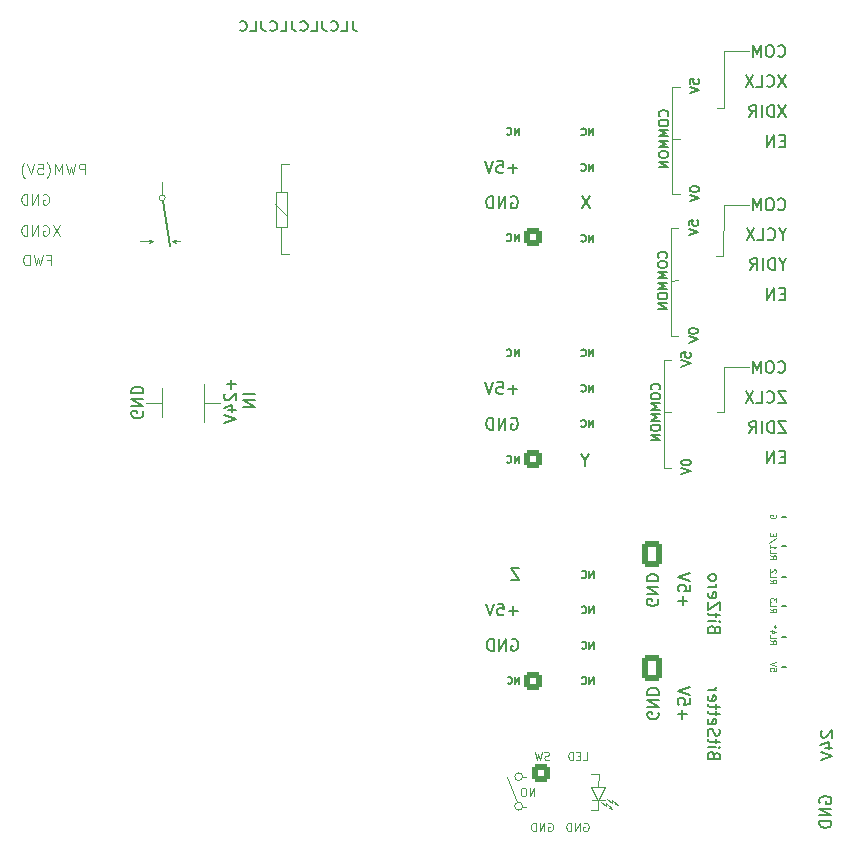
<source format=gbr>
%TF.GenerationSoftware,KiCad,Pcbnew,(6.0.11-0)*%
%TF.CreationDate,2023-07-12T13:15:56+12:00*%
%TF.ProjectId,controller-lower-cut,636f6e74-726f-46c6-9c65-722d6c6f7765,3.2*%
%TF.SameCoordinates,PX1c9c380PY1312d00*%
%TF.FileFunction,Legend,Bot*%
%TF.FilePolarity,Positive*%
%FSLAX46Y46*%
G04 Gerber Fmt 4.6, Leading zero omitted, Abs format (unit mm)*
G04 Created by KiCad (PCBNEW (6.0.11-0)) date 2023-07-12 13:15:56*
%MOMM*%
%LPD*%
G01*
G04 APERTURE LIST*
G04 Aperture macros list*
%AMRoundRect*
0 Rectangle with rounded corners*
0 $1 Rounding radius*
0 $2 $3 $4 $5 $6 $7 $8 $9 X,Y pos of 4 corners*
0 Add a 4 corners polygon primitive as box body*
4,1,4,$2,$3,$4,$5,$6,$7,$8,$9,$2,$3,0*
0 Add four circle primitives for the rounded corners*
1,1,$1+$1,$2,$3*
1,1,$1+$1,$4,$5*
1,1,$1+$1,$6,$7*
1,1,$1+$1,$8,$9*
0 Add four rect primitives between the rounded corners*
20,1,$1+$1,$2,$3,$4,$5,0*
20,1,$1+$1,$4,$5,$6,$7,0*
20,1,$1+$1,$6,$7,$8,$9,0*
20,1,$1+$1,$8,$9,$2,$3,0*%
G04 Aperture macros list end*
%ADD10C,0.100000*%
%ADD11C,0.150000*%
%ADD12C,0.130000*%
%ADD13C,0.140000*%
%ADD14C,0.125000*%
%ADD15C,0.080000*%
%ADD16C,0.120000*%
%ADD17R,1.700000X1.700000*%
%ADD18O,1.700000X1.700000*%
%ADD19C,1.000000*%
%ADD20RoundRect,0.250001X0.499999X-0.499999X0.499999X0.499999X-0.499999X0.499999X-0.499999X-0.499999X0*%
%ADD21C,1.500000*%
%ADD22C,5.500000*%
%ADD23C,2.300000*%
%ADD24R,2.300000X2.300000*%
%ADD25R,2.200000X2.200000*%
%ADD26C,2.200000*%
%ADD27RoundRect,0.250000X-0.620000X-0.845000X0.620000X-0.845000X0.620000X0.845000X-0.620000X0.845000X0*%
%ADD28O,1.740000X2.190000*%
%ADD29R,2.600000X2.600000*%
%ADD30C,2.600000*%
%ADD31RoundRect,0.250001X-0.499999X-0.499999X0.499999X-0.499999X0.499999X0.499999X-0.499999X0.499999X0*%
%ADD32C,1.100000*%
%ADD33C,1.700000*%
%ADD34O,3.200000X1.600000*%
%ADD35O,1.750000X3.500000*%
G04 APERTURE END LIST*
D10*
X62144998Y-77005000D02*
X61495000Y-77005000D01*
X28750000Y-45550000D02*
X30100000Y-45550000D01*
X62710858Y-78094852D02*
X62110859Y-79269852D01*
X28750000Y-43950000D02*
X28750000Y-47200000D01*
X72757581Y-20600000D02*
X72757581Y-15800000D01*
D11*
X78037500Y-60300000D02*
X77637500Y-60300000D01*
D10*
X72125000Y-33113380D02*
X72700000Y-33113380D01*
X72750000Y-28800000D02*
X74850000Y-28800000D01*
X72757581Y-42554230D02*
X74857581Y-42554230D01*
D11*
X78037500Y-57700000D02*
X77637500Y-57700000D01*
D10*
X61510857Y-78094852D02*
X62110858Y-78094852D01*
X68900000Y-39900000D02*
X68300000Y-39900000D01*
X72757581Y-15800000D02*
X74857581Y-15800000D01*
X68400000Y-23210000D02*
X69000000Y-23200000D01*
X62110858Y-78094852D02*
X62710858Y-78094852D01*
X62685858Y-79219852D02*
X61560858Y-79219852D01*
X72132581Y-20600000D02*
X72707581Y-20600000D01*
X62779999Y-79485002D02*
X62779999Y-79735001D01*
X67700000Y-51044230D02*
X67700000Y-41944230D01*
D11*
X78037500Y-65400000D02*
X77637500Y-65400000D01*
D10*
X62095000Y-78055000D02*
X62144998Y-77005000D01*
X63279997Y-79210001D02*
X63755001Y-79635003D01*
X63280001Y-79460004D02*
X62880000Y-79110001D01*
D11*
X78037500Y-62800000D02*
X77637500Y-62800000D01*
D10*
X68400000Y-18800000D02*
X69000000Y-18800000D01*
X63755001Y-79635003D02*
X63655000Y-79435000D01*
X63255000Y-79910002D02*
X63030000Y-79835002D01*
X63755001Y-79635003D02*
X63530001Y-79560002D01*
D11*
X78037500Y-55200000D02*
X77637500Y-55200000D01*
D10*
X55713541Y-77214999D02*
X56030000Y-77214999D01*
X63279997Y-79210001D02*
X63280001Y-79460004D01*
X62095000Y-80055000D02*
X61495000Y-80055000D01*
X63255000Y-79910002D02*
X63155000Y-79710003D01*
X68300000Y-30800000D02*
X68900000Y-30800000D01*
X62779999Y-79735001D02*
X62380000Y-79385002D01*
X68300000Y-51044230D02*
X67700000Y-51044230D01*
X54435000Y-77205000D02*
X55265000Y-79395000D01*
X25150000Y-46800000D02*
X25150000Y-44300000D01*
X25150000Y-45550000D02*
X23800000Y-45550000D01*
X72132581Y-46354230D02*
X72707581Y-46354230D01*
X67700000Y-46354230D02*
X68300000Y-46344230D01*
X72757581Y-46354230D02*
X72757581Y-42554230D01*
X62779999Y-79485002D02*
X63255000Y-79910002D01*
X55713542Y-77214999D02*
G75*
G03*
X55713542Y-77214999I-333542J0D01*
G01*
X62110859Y-79269852D02*
X61510857Y-78094852D01*
X55713544Y-79714998D02*
G75*
G03*
X55713544Y-79714998I-333543J0D01*
G01*
X68400000Y-27900000D02*
X68400000Y-18800000D01*
X55755000Y-79739999D02*
X56030000Y-79740000D01*
X62095000Y-80055000D02*
X62095000Y-79230001D01*
D11*
X78037500Y-67900000D02*
X77637500Y-67900000D01*
D10*
X72700000Y-33113380D02*
X72750000Y-28800000D01*
X67700000Y-41944230D02*
X68300000Y-41944230D01*
X69000000Y-27900000D02*
X68400000Y-27900000D01*
X68300000Y-35210000D02*
X68900000Y-35200000D01*
X68300000Y-39900000D02*
X68300000Y-30800000D01*
D12*
X41319047Y-13261904D02*
X41319047Y-13833333D01*
X41366666Y-13947619D01*
X41461904Y-14023809D01*
X41604761Y-14061904D01*
X41700000Y-14061904D01*
X40366666Y-14061904D02*
X40842857Y-14061904D01*
X40842857Y-13261904D01*
X39461904Y-13985714D02*
X39509523Y-14023809D01*
X39652380Y-14061904D01*
X39747619Y-14061904D01*
X39890476Y-14023809D01*
X39985714Y-13947619D01*
X40033333Y-13871428D01*
X40080952Y-13719047D01*
X40080952Y-13604761D01*
X40033333Y-13452380D01*
X39985714Y-13376190D01*
X39890476Y-13300000D01*
X39747619Y-13261904D01*
X39652380Y-13261904D01*
X39509523Y-13300000D01*
X39461904Y-13338095D01*
X38747619Y-13261904D02*
X38747619Y-13833333D01*
X38795238Y-13947619D01*
X38890476Y-14023809D01*
X39033333Y-14061904D01*
X39128571Y-14061904D01*
X37795238Y-14061904D02*
X38271428Y-14061904D01*
X38271428Y-13261904D01*
X36890476Y-13985714D02*
X36938095Y-14023809D01*
X37080952Y-14061904D01*
X37176190Y-14061904D01*
X37319047Y-14023809D01*
X37414285Y-13947619D01*
X37461904Y-13871428D01*
X37509523Y-13719047D01*
X37509523Y-13604761D01*
X37461904Y-13452380D01*
X37414285Y-13376190D01*
X37319047Y-13300000D01*
X37176190Y-13261904D01*
X37080952Y-13261904D01*
X36938095Y-13300000D01*
X36890476Y-13338095D01*
X36176190Y-13261904D02*
X36176190Y-13833333D01*
X36223809Y-13947619D01*
X36319047Y-14023809D01*
X36461904Y-14061904D01*
X36557142Y-14061904D01*
X35223809Y-14061904D02*
X35700000Y-14061904D01*
X35700000Y-13261904D01*
X34319047Y-13985714D02*
X34366666Y-14023809D01*
X34509523Y-14061904D01*
X34604761Y-14061904D01*
X34747619Y-14023809D01*
X34842857Y-13947619D01*
X34890476Y-13871428D01*
X34938095Y-13719047D01*
X34938095Y-13604761D01*
X34890476Y-13452380D01*
X34842857Y-13376190D01*
X34747619Y-13300000D01*
X34604761Y-13261904D01*
X34509523Y-13261904D01*
X34366666Y-13300000D01*
X34319047Y-13338095D01*
X33604761Y-13261904D02*
X33604761Y-13833333D01*
X33652380Y-13947619D01*
X33747619Y-14023809D01*
X33890476Y-14061904D01*
X33985714Y-14061904D01*
X32652380Y-14061904D02*
X33128571Y-14061904D01*
X33128571Y-13261904D01*
X31747619Y-13985714D02*
X31795238Y-14023809D01*
X31938095Y-14061904D01*
X32033333Y-14061904D01*
X32176190Y-14023809D01*
X32271428Y-13947619D01*
X32319047Y-13871428D01*
X32366666Y-13719047D01*
X32366666Y-13604761D01*
X32319047Y-13452380D01*
X32271428Y-13376190D01*
X32176190Y-13300000D01*
X32033333Y-13261904D01*
X31938095Y-13261904D01*
X31795238Y-13300000D01*
X31747619Y-13338095D01*
D11*
X23550000Y-46283214D02*
X23597619Y-46378452D01*
X23597619Y-46521309D01*
X23550000Y-46664166D01*
X23454761Y-46759404D01*
X23359523Y-46807023D01*
X23169047Y-46854642D01*
X23026190Y-46854642D01*
X22835714Y-46807023D01*
X22740476Y-46759404D01*
X22645238Y-46664166D01*
X22597619Y-46521309D01*
X22597619Y-46426071D01*
X22645238Y-46283214D01*
X22692857Y-46235595D01*
X23026190Y-46235595D01*
X23026190Y-46426071D01*
X22597619Y-45807023D02*
X23597619Y-45807023D01*
X22597619Y-45235595D01*
X23597619Y-45235595D01*
X22597619Y-44759404D02*
X23597619Y-44759404D01*
X23597619Y-44521309D01*
X23550000Y-44378452D01*
X23454761Y-44283214D01*
X23359523Y-44235595D01*
X23169047Y-44187976D01*
X23026190Y-44187976D01*
X22835714Y-44235595D01*
X22740476Y-44283214D01*
X22645238Y-44378452D01*
X22597619Y-44521309D01*
X22597619Y-44759404D01*
X78017223Y-47096610D02*
X77350557Y-47096610D01*
X78017223Y-48096610D01*
X77350557Y-48096610D01*
X76969604Y-48096610D02*
X76969604Y-47096610D01*
X76731509Y-47096610D01*
X76588652Y-47144230D01*
X76493414Y-47239468D01*
X76445795Y-47334706D01*
X76398176Y-47525182D01*
X76398176Y-47668039D01*
X76445795Y-47858515D01*
X76493414Y-47953753D01*
X76588652Y-48048991D01*
X76731509Y-48096610D01*
X76969604Y-48096610D01*
X75969604Y-48096610D02*
X75969604Y-47096610D01*
X74921985Y-48096610D02*
X75255319Y-47620420D01*
X75493414Y-48096610D02*
X75493414Y-47096610D01*
X75112461Y-47096610D01*
X75017223Y-47144230D01*
X74969604Y-47191849D01*
X74921985Y-47287087D01*
X74921985Y-47429944D01*
X74969604Y-47525182D01*
X75017223Y-47572801D01*
X75112461Y-47620420D01*
X75493414Y-47620420D01*
D13*
X69161904Y-41687039D02*
X69161904Y-41306087D01*
X69542857Y-41267991D01*
X69504761Y-41306087D01*
X69466666Y-41382277D01*
X69466666Y-41572753D01*
X69504761Y-41648944D01*
X69542857Y-41687039D01*
X69619047Y-41725134D01*
X69809523Y-41725134D01*
X69885714Y-41687039D01*
X69923809Y-41648944D01*
X69961904Y-41572753D01*
X69961904Y-41382277D01*
X69923809Y-41306087D01*
X69885714Y-41267991D01*
X69161904Y-41953706D02*
X69961904Y-42220372D01*
X69161904Y-42487039D01*
D11*
X61407023Y-28052380D02*
X60740357Y-29052380D01*
X60740357Y-28052380D02*
X61407023Y-29052380D01*
X77723928Y-31306190D02*
X77723928Y-31782380D01*
X78057261Y-30782380D02*
X77723928Y-31306190D01*
X77390595Y-30782380D01*
X76485833Y-31687142D02*
X76533452Y-31734761D01*
X76676309Y-31782380D01*
X76771547Y-31782380D01*
X76914404Y-31734761D01*
X77009642Y-31639523D01*
X77057261Y-31544285D01*
X77104880Y-31353809D01*
X77104880Y-31210952D01*
X77057261Y-31020476D01*
X77009642Y-30925238D01*
X76914404Y-30830000D01*
X76771547Y-30782380D01*
X76676309Y-30782380D01*
X76533452Y-30830000D01*
X76485833Y-30877619D01*
X75581071Y-31782380D02*
X76057261Y-31782380D01*
X76057261Y-30782380D01*
X75342976Y-30782380D02*
X74676309Y-31782380D01*
X74676309Y-30782380D02*
X75342976Y-31782380D01*
X31066428Y-43588095D02*
X31066428Y-44350000D01*
X31447380Y-43969047D02*
X30685476Y-43969047D01*
X30542619Y-44778571D02*
X30495000Y-44826190D01*
X30447380Y-44921428D01*
X30447380Y-45159523D01*
X30495000Y-45254761D01*
X30542619Y-45302380D01*
X30637857Y-45350000D01*
X30733095Y-45350000D01*
X30875952Y-45302380D01*
X31447380Y-44730952D01*
X31447380Y-45350000D01*
X30780714Y-46207142D02*
X31447380Y-46207142D01*
X30399761Y-45969047D02*
X31114047Y-45730952D01*
X31114047Y-46350000D01*
X30447380Y-46588095D02*
X31447380Y-46921428D01*
X30447380Y-47254761D01*
X33057380Y-44826190D02*
X32057380Y-44826190D01*
X33057380Y-45302380D02*
X32057380Y-45302380D01*
X33057380Y-45873809D01*
X32057380Y-45873809D01*
D14*
X56711666Y-78841666D02*
X56711666Y-78141666D01*
X56311666Y-78841666D01*
X56311666Y-78141666D01*
X55845000Y-78141666D02*
X55711666Y-78141666D01*
X55645000Y-78175000D01*
X55578333Y-78241666D01*
X55545000Y-78375000D01*
X55545000Y-78608333D01*
X55578333Y-78741666D01*
X55645000Y-78808333D01*
X55711666Y-78841666D01*
X55845000Y-78841666D01*
X55911666Y-78808333D01*
X55978333Y-78741666D01*
X56011666Y-78608333D01*
X56011666Y-78375000D01*
X55978333Y-78241666D01*
X55911666Y-78175000D01*
X55845000Y-78141666D01*
X57895331Y-81145000D02*
X57961998Y-81111666D01*
X58061998Y-81111666D01*
X58161998Y-81145000D01*
X58228664Y-81211666D01*
X58261998Y-81278333D01*
X58295331Y-81411666D01*
X58295331Y-81511666D01*
X58261998Y-81645000D01*
X58228664Y-81711666D01*
X58161998Y-81778333D01*
X58061998Y-81811666D01*
X57995331Y-81811666D01*
X57895331Y-81778333D01*
X57861998Y-81745000D01*
X57861998Y-81511666D01*
X57995331Y-81511666D01*
X57561998Y-81811666D02*
X57561998Y-81111666D01*
X57161998Y-81811666D01*
X57161998Y-81111666D01*
X56828664Y-81811666D02*
X56828664Y-81111666D01*
X56661998Y-81111666D01*
X56561998Y-81145000D01*
X56495331Y-81211666D01*
X56461998Y-81278333D01*
X56428664Y-81411666D01*
X56428664Y-81511666D01*
X56461998Y-81645000D01*
X56495331Y-81711666D01*
X56561998Y-81778333D01*
X56661998Y-81811666D01*
X56828664Y-81811666D01*
D11*
X61026071Y-50426190D02*
X61026071Y-50902380D01*
X61359404Y-49902380D02*
X61026071Y-50426190D01*
X60692738Y-49902380D01*
D14*
X15466964Y-33435714D02*
X15766964Y-33435714D01*
X15766964Y-33907142D02*
X15766964Y-33007142D01*
X15338392Y-33007142D01*
X15081250Y-33007142D02*
X14866964Y-33907142D01*
X14695535Y-33264285D01*
X14524107Y-33907142D01*
X14309821Y-33007142D01*
X13966964Y-33907142D02*
X13966964Y-33007142D01*
X13752678Y-33007142D01*
X13624107Y-33050000D01*
X13538392Y-33135714D01*
X13495535Y-33221428D01*
X13452678Y-33392857D01*
X13452678Y-33521428D01*
X13495535Y-33692857D01*
X13538392Y-33778571D01*
X13624107Y-33864285D01*
X13752678Y-33907142D01*
X13966964Y-33907142D01*
D11*
X67165221Y-62183214D02*
X67212840Y-62278452D01*
X67212840Y-62421309D01*
X67165221Y-62564166D01*
X67069982Y-62659404D01*
X66974744Y-62707023D01*
X66784268Y-62754642D01*
X66641411Y-62754642D01*
X66450935Y-62707023D01*
X66355697Y-62659404D01*
X66260459Y-62564166D01*
X66212840Y-62421309D01*
X66212840Y-62326071D01*
X66260459Y-62183214D01*
X66308078Y-62135595D01*
X66641411Y-62135595D01*
X66641411Y-62326071D01*
X66212840Y-61707023D02*
X67212840Y-61707023D01*
X66212840Y-61135595D01*
X67212840Y-61135595D01*
X66212840Y-60659404D02*
X67212840Y-60659404D01*
X67212840Y-60421309D01*
X67165221Y-60278452D01*
X67069982Y-60183214D01*
X66974744Y-60135595D01*
X66784268Y-60087976D01*
X66641411Y-60087976D01*
X66450935Y-60135595D01*
X66355697Y-60183214D01*
X66260459Y-60278452D01*
X66212840Y-60421309D01*
X66212840Y-60659404D01*
D14*
X57965000Y-75768333D02*
X57865000Y-75801666D01*
X57698333Y-75801666D01*
X57631666Y-75768333D01*
X57598333Y-75735000D01*
X57565000Y-75668333D01*
X57565000Y-75601666D01*
X57598333Y-75535000D01*
X57631666Y-75501666D01*
X57698333Y-75468333D01*
X57831666Y-75435000D01*
X57898333Y-75401666D01*
X57931666Y-75368333D01*
X57965000Y-75301666D01*
X57965000Y-75235000D01*
X57931666Y-75168333D01*
X57898333Y-75135000D01*
X57831666Y-75101666D01*
X57665000Y-75101666D01*
X57565000Y-75135000D01*
X57331666Y-75101666D02*
X57165000Y-75801666D01*
X57031666Y-75301666D01*
X56898333Y-75801666D01*
X56731666Y-75101666D01*
D12*
X55422642Y-69351428D02*
X55422642Y-68751428D01*
X55079785Y-69351428D01*
X55079785Y-68751428D01*
X54451214Y-69294285D02*
X54479785Y-69322857D01*
X54565500Y-69351428D01*
X54622642Y-69351428D01*
X54708357Y-69322857D01*
X54765500Y-69265714D01*
X54794071Y-69208571D01*
X54822642Y-69094285D01*
X54822642Y-69008571D01*
X54794071Y-68894285D01*
X54765500Y-68837142D01*
X54708357Y-68780000D01*
X54622642Y-68751428D01*
X54565500Y-68751428D01*
X54479785Y-68780000D01*
X54451214Y-68808571D01*
D11*
X69228571Y-72307023D02*
X69228571Y-71545119D01*
X68847619Y-71926071D02*
X69609523Y-71926071D01*
X69847619Y-70592738D02*
X69847619Y-71068928D01*
X69371428Y-71116547D01*
X69419047Y-71068928D01*
X69466666Y-70973690D01*
X69466666Y-70735595D01*
X69419047Y-70640357D01*
X69371428Y-70592738D01*
X69276190Y-70545119D01*
X69038095Y-70545119D01*
X68942857Y-70592738D01*
X68895238Y-70640357D01*
X68847619Y-70735595D01*
X68847619Y-70973690D01*
X68895238Y-71068928D01*
X68942857Y-71116547D01*
X69847619Y-70259404D02*
X68847619Y-69926071D01*
X69847619Y-69592738D01*
D14*
X60898333Y-81145000D02*
X60965000Y-81111666D01*
X61065000Y-81111666D01*
X61165000Y-81145000D01*
X61231666Y-81211666D01*
X61265000Y-81278333D01*
X61298333Y-81411666D01*
X61298333Y-81511666D01*
X61265000Y-81645000D01*
X61231666Y-81711666D01*
X61165000Y-81778333D01*
X61065000Y-81811666D01*
X60998333Y-81811666D01*
X60898333Y-81778333D01*
X60865000Y-81745000D01*
X60865000Y-81511666D01*
X60998333Y-81511666D01*
X60565000Y-81811666D02*
X60565000Y-81111666D01*
X60165000Y-81811666D01*
X60165000Y-81111666D01*
X59831666Y-81811666D02*
X59831666Y-81111666D01*
X59665000Y-81111666D01*
X59565000Y-81145000D01*
X59498333Y-81211666D01*
X59465000Y-81278333D01*
X59431666Y-81411666D01*
X59431666Y-81511666D01*
X59465000Y-81645000D01*
X59498333Y-81711666D01*
X59565000Y-81778333D01*
X59665000Y-81811666D01*
X59831666Y-81811666D01*
X60835000Y-75805979D02*
X61168333Y-75805979D01*
X61168333Y-75105979D01*
X60601666Y-75439313D02*
X60368333Y-75439313D01*
X60268333Y-75805979D02*
X60601666Y-75805979D01*
X60601666Y-75105979D01*
X60268333Y-75105979D01*
X59968333Y-75805979D02*
X59968333Y-75105979D01*
X59801666Y-75105979D01*
X59701666Y-75139313D01*
X59635000Y-75205979D01*
X59601666Y-75272646D01*
X59568333Y-75405979D01*
X59568333Y-75505979D01*
X59601666Y-75639313D01*
X59635000Y-75705979D01*
X59701666Y-75772646D01*
X59801666Y-75805979D01*
X59968333Y-75805979D01*
D15*
X77150000Y-55069047D02*
X77173809Y-55116666D01*
X77173809Y-55188095D01*
X77150000Y-55259523D01*
X77102380Y-55307142D01*
X77054761Y-55330952D01*
X76959523Y-55354761D01*
X76888095Y-55354761D01*
X76792857Y-55330952D01*
X76745238Y-55307142D01*
X76697619Y-55259523D01*
X76673809Y-55188095D01*
X76673809Y-55140476D01*
X76697619Y-55069047D01*
X76721428Y-55045238D01*
X76888095Y-55045238D01*
X76888095Y-55140476D01*
D11*
X80900000Y-79438095D02*
X80852380Y-79342857D01*
X80852380Y-79200000D01*
X80900000Y-79057142D01*
X80995238Y-78961904D01*
X81090476Y-78914285D01*
X81280952Y-78866666D01*
X81423809Y-78866666D01*
X81614285Y-78914285D01*
X81709523Y-78961904D01*
X81804761Y-79057142D01*
X81852380Y-79200000D01*
X81852380Y-79295238D01*
X81804761Y-79438095D01*
X81757142Y-79485714D01*
X81423809Y-79485714D01*
X81423809Y-79295238D01*
X81852380Y-79914285D02*
X80852380Y-79914285D01*
X81852380Y-80485714D01*
X80852380Y-80485714D01*
X81852380Y-80961904D02*
X80852380Y-80961904D01*
X80852380Y-81200000D01*
X80900000Y-81342857D01*
X80995238Y-81438095D01*
X81090476Y-81485714D01*
X81280952Y-81533333D01*
X81423809Y-81533333D01*
X81614285Y-81485714D01*
X81709523Y-81438095D01*
X81804761Y-81342857D01*
X81852380Y-81200000D01*
X81852380Y-80961904D01*
D13*
X69861904Y-27433857D02*
X69861904Y-27510047D01*
X69900000Y-27586238D01*
X69938095Y-27624333D01*
X70014285Y-27662428D01*
X70166666Y-27700523D01*
X70357142Y-27700523D01*
X70509523Y-27662428D01*
X70585714Y-27624333D01*
X70623809Y-27586238D01*
X70661904Y-27510047D01*
X70661904Y-27433857D01*
X70623809Y-27357666D01*
X70585714Y-27319571D01*
X70509523Y-27281476D01*
X70357142Y-27243380D01*
X70166666Y-27243380D01*
X70014285Y-27281476D01*
X69938095Y-27319571D01*
X69900000Y-27357666D01*
X69861904Y-27433857D01*
X69861904Y-27929095D02*
X70661904Y-28195761D01*
X69861904Y-28462428D01*
D15*
X76673809Y-58473809D02*
X76911904Y-58640476D01*
X76673809Y-58759523D02*
X77173809Y-58759523D01*
X77173809Y-58569047D01*
X77150000Y-58521428D01*
X77126190Y-58497619D01*
X77078571Y-58473809D01*
X77007142Y-58473809D01*
X76959523Y-58497619D01*
X76935714Y-58521428D01*
X76911904Y-58569047D01*
X76911904Y-58759523D01*
X76673809Y-58021428D02*
X76673809Y-58259523D01*
X77173809Y-58259523D01*
X76673809Y-57592857D02*
X76673809Y-57878571D01*
X76673809Y-57735714D02*
X77173809Y-57735714D01*
X77102380Y-57783333D01*
X77054761Y-57830952D01*
X77030952Y-57878571D01*
X77197619Y-57021428D02*
X76554761Y-57450000D01*
X76935714Y-56854761D02*
X76935714Y-56688095D01*
X76673809Y-56616666D02*
X76673809Y-56854761D01*
X77173809Y-56854761D01*
X77173809Y-56616666D01*
D11*
X78017223Y-20342380D02*
X77350557Y-21342380D01*
X77350557Y-20342380D02*
X78017223Y-21342380D01*
X76969604Y-21342380D02*
X76969604Y-20342380D01*
X76731509Y-20342380D01*
X76588652Y-20390000D01*
X76493414Y-20485238D01*
X76445795Y-20580476D01*
X76398176Y-20770952D01*
X76398176Y-20913809D01*
X76445795Y-21104285D01*
X76493414Y-21199523D01*
X76588652Y-21294761D01*
X76731509Y-21342380D01*
X76969604Y-21342380D01*
X75969604Y-21342380D02*
X75969604Y-20342380D01*
X74921985Y-21342380D02*
X75255319Y-20866190D01*
X75493414Y-21342380D02*
X75493414Y-20342380D01*
X75112461Y-20342380D01*
X75017223Y-20390000D01*
X74969604Y-20437619D01*
X74921985Y-20532857D01*
X74921985Y-20675714D01*
X74969604Y-20770952D01*
X75017223Y-20818571D01*
X75112461Y-20866190D01*
X75493414Y-20866190D01*
X77342976Y-29157142D02*
X77390595Y-29204761D01*
X77533452Y-29252380D01*
X77628690Y-29252380D01*
X77771547Y-29204761D01*
X77866785Y-29109523D01*
X77914404Y-29014285D01*
X77962023Y-28823809D01*
X77962023Y-28680952D01*
X77914404Y-28490476D01*
X77866785Y-28395238D01*
X77771547Y-28300000D01*
X77628690Y-28252380D01*
X77533452Y-28252380D01*
X77390595Y-28300000D01*
X77342976Y-28347619D01*
X76723928Y-28252380D02*
X76533452Y-28252380D01*
X76438214Y-28300000D01*
X76342976Y-28395238D01*
X76295357Y-28585714D01*
X76295357Y-28919047D01*
X76342976Y-29109523D01*
X76438214Y-29204761D01*
X76533452Y-29252380D01*
X76723928Y-29252380D01*
X76819166Y-29204761D01*
X76914404Y-29109523D01*
X76962023Y-28919047D01*
X76962023Y-28585714D01*
X76914404Y-28395238D01*
X76819166Y-28300000D01*
X76723928Y-28252380D01*
X75866785Y-29252380D02*
X75866785Y-28252380D01*
X75533452Y-28966666D01*
X75200119Y-28252380D01*
X75200119Y-29252380D01*
D12*
X61670214Y-22921428D02*
X61670214Y-22321428D01*
X61327357Y-22921428D01*
X61327357Y-22321428D01*
X60698785Y-22864285D02*
X60727357Y-22892857D01*
X60813071Y-22921428D01*
X60870214Y-22921428D01*
X60955928Y-22892857D01*
X61013071Y-22835714D01*
X61041642Y-22778571D01*
X61070214Y-22664285D01*
X61070214Y-22578571D01*
X61041642Y-22464285D01*
X61013071Y-22407142D01*
X60955928Y-22350000D01*
X60870214Y-22321428D01*
X60813071Y-22321428D01*
X60727357Y-22350000D01*
X60698785Y-22378571D01*
D11*
X78017223Y-17812380D02*
X77350557Y-18812380D01*
X77350557Y-17812380D02*
X78017223Y-18812380D01*
X76398176Y-18717142D02*
X76445795Y-18764761D01*
X76588652Y-18812380D01*
X76683890Y-18812380D01*
X76826747Y-18764761D01*
X76921985Y-18669523D01*
X76969604Y-18574285D01*
X77017223Y-18383809D01*
X77017223Y-18240952D01*
X76969604Y-18050476D01*
X76921985Y-17955238D01*
X76826747Y-17860000D01*
X76683890Y-17812380D01*
X76588652Y-17812380D01*
X76445795Y-17860000D01*
X76398176Y-17907619D01*
X75493414Y-18812380D02*
X75969604Y-18812380D01*
X75969604Y-17812380D01*
X75255319Y-17812380D02*
X74588652Y-18812380D01*
X74588652Y-17812380D02*
X75255319Y-18812380D01*
X71971428Y-64707023D02*
X71923809Y-64564166D01*
X71876190Y-64516547D01*
X71780952Y-64468928D01*
X71638095Y-64468928D01*
X71542857Y-64516547D01*
X71495238Y-64564166D01*
X71447619Y-64659404D01*
X71447619Y-65040357D01*
X72447619Y-65040357D01*
X72447619Y-64707023D01*
X72400000Y-64611785D01*
X72352380Y-64564166D01*
X72257142Y-64516547D01*
X72161904Y-64516547D01*
X72066666Y-64564166D01*
X72019047Y-64611785D01*
X71971428Y-64707023D01*
X71971428Y-65040357D01*
X71447619Y-64040357D02*
X72114285Y-64040357D01*
X72447619Y-64040357D02*
X72400000Y-64087976D01*
X72352380Y-64040357D01*
X72400000Y-63992738D01*
X72447619Y-64040357D01*
X72352380Y-64040357D01*
X72114285Y-63707023D02*
X72114285Y-63326071D01*
X72447619Y-63564166D02*
X71590476Y-63564166D01*
X71495238Y-63516547D01*
X71447619Y-63421309D01*
X71447619Y-63326071D01*
X72447619Y-63087976D02*
X72447619Y-62421309D01*
X71447619Y-63087976D01*
X71447619Y-62421309D01*
X71495238Y-61659404D02*
X71447619Y-61754642D01*
X71447619Y-61945119D01*
X71495238Y-62040357D01*
X71590476Y-62087976D01*
X71971428Y-62087976D01*
X72066666Y-62040357D01*
X72114285Y-61945119D01*
X72114285Y-61754642D01*
X72066666Y-61659404D01*
X71971428Y-61611785D01*
X71876190Y-61611785D01*
X71780952Y-62087976D01*
X71447619Y-61183214D02*
X72114285Y-61183214D01*
X71923809Y-61183214D02*
X72019047Y-61135595D01*
X72066666Y-61087976D01*
X72114285Y-60992738D01*
X72114285Y-60897500D01*
X71447619Y-60421309D02*
X71495238Y-60516547D01*
X71542857Y-60564166D01*
X71638095Y-60611785D01*
X71923809Y-60611785D01*
X72019047Y-60564166D01*
X72066666Y-60516547D01*
X72114285Y-60421309D01*
X72114285Y-60278452D01*
X72066666Y-60183214D01*
X72019047Y-60135595D01*
X71923809Y-60087976D01*
X71638095Y-60087976D01*
X71542857Y-60135595D01*
X71495238Y-60183214D01*
X71447619Y-60278452D01*
X71447619Y-60421309D01*
X67200000Y-71783214D02*
X67247619Y-71878452D01*
X67247619Y-72021309D01*
X67200000Y-72164166D01*
X67104761Y-72259404D01*
X67009523Y-72307023D01*
X66819047Y-72354642D01*
X66676190Y-72354642D01*
X66485714Y-72307023D01*
X66390476Y-72259404D01*
X66295238Y-72164166D01*
X66247619Y-72021309D01*
X66247619Y-71926071D01*
X66295238Y-71783214D01*
X66342857Y-71735595D01*
X66676190Y-71735595D01*
X66676190Y-71926071D01*
X66247619Y-71307023D02*
X67247619Y-71307023D01*
X66247619Y-70735595D01*
X67247619Y-70735595D01*
X66247619Y-70259404D02*
X67247619Y-70259404D01*
X67247619Y-70021309D01*
X67200000Y-69878452D01*
X67104761Y-69783214D01*
X67009523Y-69735595D01*
X66819047Y-69687976D01*
X66676190Y-69687976D01*
X66485714Y-69735595D01*
X66390476Y-69783214D01*
X66295238Y-69878452D01*
X66247619Y-70021309D01*
X66247619Y-70259404D01*
X78017223Y-44566610D02*
X77350557Y-44566610D01*
X78017223Y-45566610D01*
X77350557Y-45566610D01*
X76398176Y-45471372D02*
X76445795Y-45518991D01*
X76588652Y-45566610D01*
X76683890Y-45566610D01*
X76826747Y-45518991D01*
X76921985Y-45423753D01*
X76969604Y-45328515D01*
X77017223Y-45138039D01*
X77017223Y-44995182D01*
X76969604Y-44804706D01*
X76921985Y-44709468D01*
X76826747Y-44614230D01*
X76683890Y-44566610D01*
X76588652Y-44566610D01*
X76445795Y-44614230D01*
X76398176Y-44661849D01*
X75493414Y-45566610D02*
X75969604Y-45566610D01*
X75969604Y-44566610D01*
X75255319Y-44566610D02*
X74588652Y-45566610D01*
X74588652Y-44566610D02*
X75255319Y-45566610D01*
X55314404Y-63171428D02*
X54552500Y-63171428D01*
X54933452Y-63552380D02*
X54933452Y-62790476D01*
X53600119Y-62552380D02*
X54076309Y-62552380D01*
X54123928Y-63028571D01*
X54076309Y-62980952D01*
X53981071Y-62933333D01*
X53742976Y-62933333D01*
X53647738Y-62980952D01*
X53600119Y-63028571D01*
X53552500Y-63123809D01*
X53552500Y-63361904D01*
X53600119Y-63457142D01*
X53647738Y-63504761D01*
X53742976Y-63552380D01*
X53981071Y-63552380D01*
X54076309Y-63504761D01*
X54123928Y-63457142D01*
X53266785Y-62552380D02*
X52933452Y-63552380D01*
X52600119Y-62552380D01*
D12*
X61720214Y-60381428D02*
X61720214Y-59781428D01*
X61377357Y-60381428D01*
X61377357Y-59781428D01*
X60748785Y-60324285D02*
X60777357Y-60352857D01*
X60863071Y-60381428D01*
X60920214Y-60381428D01*
X61005928Y-60352857D01*
X61063071Y-60295714D01*
X61091642Y-60238571D01*
X61120214Y-60124285D01*
X61120214Y-60038571D01*
X61091642Y-59924285D01*
X61063071Y-59867142D01*
X61005928Y-59810000D01*
X60920214Y-59781428D01*
X60863071Y-59781428D01*
X60777357Y-59810000D01*
X60748785Y-59838571D01*
D14*
X15138392Y-27950000D02*
X15224107Y-27907142D01*
X15352678Y-27907142D01*
X15481250Y-27950000D01*
X15566964Y-28035714D01*
X15609821Y-28121428D01*
X15652678Y-28292857D01*
X15652678Y-28421428D01*
X15609821Y-28592857D01*
X15566964Y-28678571D01*
X15481250Y-28764285D01*
X15352678Y-28807142D01*
X15266964Y-28807142D01*
X15138392Y-28764285D01*
X15095535Y-28721428D01*
X15095535Y-28421428D01*
X15266964Y-28421428D01*
X14709821Y-28807142D02*
X14709821Y-27907142D01*
X14195535Y-28807142D01*
X14195535Y-27907142D01*
X13766964Y-28807142D02*
X13766964Y-27907142D01*
X13552678Y-27907142D01*
X13424107Y-27950000D01*
X13338392Y-28035714D01*
X13295535Y-28121428D01*
X13252678Y-28292857D01*
X13252678Y-28421428D01*
X13295535Y-28592857D01*
X13338392Y-28678571D01*
X13424107Y-28764285D01*
X13552678Y-28807142D01*
X13766964Y-28807142D01*
D15*
X77173809Y-67995238D02*
X77173809Y-68233333D01*
X76935714Y-68257142D01*
X76959523Y-68233333D01*
X76983333Y-68185714D01*
X76983333Y-68066666D01*
X76959523Y-68019047D01*
X76935714Y-67995238D01*
X76888095Y-67971428D01*
X76769047Y-67971428D01*
X76721428Y-67995238D01*
X76697619Y-68019047D01*
X76673809Y-68066666D01*
X76673809Y-68185714D01*
X76697619Y-68233333D01*
X76721428Y-68257142D01*
X77173809Y-67828571D02*
X76673809Y-67661904D01*
X77173809Y-67495238D01*
D11*
X77350557Y-16187142D02*
X77398176Y-16234761D01*
X77541033Y-16282380D01*
X77636271Y-16282380D01*
X77779128Y-16234761D01*
X77874366Y-16139523D01*
X77921985Y-16044285D01*
X77969604Y-15853809D01*
X77969604Y-15710952D01*
X77921985Y-15520476D01*
X77874366Y-15425238D01*
X77779128Y-15330000D01*
X77636271Y-15282380D01*
X77541033Y-15282380D01*
X77398176Y-15330000D01*
X77350557Y-15377619D01*
X76731509Y-15282380D02*
X76541033Y-15282380D01*
X76445795Y-15330000D01*
X76350557Y-15425238D01*
X76302938Y-15615714D01*
X76302938Y-15949047D01*
X76350557Y-16139523D01*
X76445795Y-16234761D01*
X76541033Y-16282380D01*
X76731509Y-16282380D01*
X76826747Y-16234761D01*
X76921985Y-16139523D01*
X76969604Y-15949047D01*
X76969604Y-15615714D01*
X76921985Y-15425238D01*
X76826747Y-15330000D01*
X76731509Y-15282380D01*
X75874366Y-16282380D02*
X75874366Y-15282380D01*
X75541033Y-15996666D01*
X75207700Y-15282380D01*
X75207700Y-16282380D01*
D12*
X61670214Y-47621428D02*
X61670214Y-47021428D01*
X61327357Y-47621428D01*
X61327357Y-47021428D01*
X60698785Y-47564285D02*
X60727357Y-47592857D01*
X60813071Y-47621428D01*
X60870214Y-47621428D01*
X60955928Y-47592857D01*
X61013071Y-47535714D01*
X61041642Y-47478571D01*
X61070214Y-47364285D01*
X61070214Y-47278571D01*
X61041642Y-47164285D01*
X61013071Y-47107142D01*
X60955928Y-47050000D01*
X60870214Y-47021428D01*
X60813071Y-47021428D01*
X60727357Y-47050000D01*
X60698785Y-47078571D01*
D11*
X77921985Y-50112801D02*
X77588652Y-50112801D01*
X77445795Y-50636610D02*
X77921985Y-50636610D01*
X77921985Y-49636610D01*
X77445795Y-49636610D01*
X77017223Y-50636610D02*
X77017223Y-49636610D01*
X76445795Y-50636610D01*
X76445795Y-49636610D01*
D12*
X61670214Y-25921428D02*
X61670214Y-25321428D01*
X61327357Y-25921428D01*
X61327357Y-25321428D01*
X60698785Y-25864285D02*
X60727357Y-25892857D01*
X60813071Y-25921428D01*
X60870214Y-25921428D01*
X60955928Y-25892857D01*
X61013071Y-25835714D01*
X61041642Y-25778571D01*
X61070214Y-25664285D01*
X61070214Y-25578571D01*
X61041642Y-25464285D01*
X61013071Y-25407142D01*
X60955928Y-25350000D01*
X60870214Y-25321428D01*
X60813071Y-25321428D01*
X60727357Y-25350000D01*
X60698785Y-25378571D01*
X55372642Y-50621428D02*
X55372642Y-50021428D01*
X55029785Y-50621428D01*
X55029785Y-50021428D01*
X54401214Y-50564285D02*
X54429785Y-50592857D01*
X54515500Y-50621428D01*
X54572642Y-50621428D01*
X54658357Y-50592857D01*
X54715500Y-50535714D01*
X54744071Y-50478571D01*
X54772642Y-50364285D01*
X54772642Y-50278571D01*
X54744071Y-50164285D01*
X54715500Y-50107142D01*
X54658357Y-50050000D01*
X54572642Y-50021428D01*
X54515500Y-50021428D01*
X54429785Y-50050000D01*
X54401214Y-50078571D01*
D15*
X76673809Y-65676190D02*
X76911904Y-65842857D01*
X76673809Y-65961904D02*
X77173809Y-65961904D01*
X77173809Y-65771428D01*
X77150000Y-65723809D01*
X77126190Y-65700000D01*
X77078571Y-65676190D01*
X77007142Y-65676190D01*
X76959523Y-65700000D01*
X76935714Y-65723809D01*
X76911904Y-65771428D01*
X76911904Y-65961904D01*
X76673809Y-65223809D02*
X76673809Y-65461904D01*
X77173809Y-65461904D01*
X77007142Y-64842857D02*
X76673809Y-64842857D01*
X77197619Y-64961904D02*
X76840476Y-65080952D01*
X76840476Y-64771428D01*
X77173809Y-64509523D02*
X77054761Y-64509523D01*
X77102380Y-64628571D02*
X77054761Y-64509523D01*
X77102380Y-64390476D01*
X76959523Y-64580952D02*
X77054761Y-64509523D01*
X76959523Y-64438095D01*
D11*
X55264404Y-44431428D02*
X54502500Y-44431428D01*
X54883452Y-44812380D02*
X54883452Y-44050476D01*
X53550119Y-43812380D02*
X54026309Y-43812380D01*
X54073928Y-44288571D01*
X54026309Y-44240952D01*
X53931071Y-44193333D01*
X53692976Y-44193333D01*
X53597738Y-44240952D01*
X53550119Y-44288571D01*
X53502500Y-44383809D01*
X53502500Y-44621904D01*
X53550119Y-44717142D01*
X53597738Y-44764761D01*
X53692976Y-44812380D01*
X53931071Y-44812380D01*
X54026309Y-44764761D01*
X54073928Y-44717142D01*
X53216785Y-43812380D02*
X52883452Y-44812380D01*
X52550119Y-43812380D01*
X69278571Y-62707023D02*
X69278571Y-61945119D01*
X68897619Y-62326071D02*
X69659523Y-62326071D01*
X69897619Y-60992738D02*
X69897619Y-61468928D01*
X69421428Y-61516547D01*
X69469047Y-61468928D01*
X69516666Y-61373690D01*
X69516666Y-61135595D01*
X69469047Y-61040357D01*
X69421428Y-60992738D01*
X69326190Y-60945119D01*
X69088095Y-60945119D01*
X68992857Y-60992738D01*
X68945238Y-61040357D01*
X68897619Y-61135595D01*
X68897619Y-61373690D01*
X68945238Y-61468928D01*
X68992857Y-61516547D01*
X69897619Y-60659404D02*
X68897619Y-60326071D01*
X69897619Y-59992738D01*
X77723928Y-33836190D02*
X77723928Y-34312380D01*
X78057261Y-33312380D02*
X77723928Y-33836190D01*
X77390595Y-33312380D01*
X77057261Y-34312380D02*
X77057261Y-33312380D01*
X76819166Y-33312380D01*
X76676309Y-33360000D01*
X76581071Y-33455238D01*
X76533452Y-33550476D01*
X76485833Y-33740952D01*
X76485833Y-33883809D01*
X76533452Y-34074285D01*
X76581071Y-34169523D01*
X76676309Y-34264761D01*
X76819166Y-34312380D01*
X77057261Y-34312380D01*
X76057261Y-34312380D02*
X76057261Y-33312380D01*
X75009642Y-34312380D02*
X75342976Y-33836190D01*
X75581071Y-34312380D02*
X75581071Y-33312380D01*
X75200119Y-33312380D01*
X75104880Y-33360000D01*
X75057261Y-33407619D01*
X75009642Y-33502857D01*
X75009642Y-33645714D01*
X75057261Y-33740952D01*
X75104880Y-33788571D01*
X75200119Y-33836190D01*
X75581071Y-33836190D01*
D13*
X69761904Y-30542809D02*
X69761904Y-30161857D01*
X70142857Y-30123761D01*
X70104761Y-30161857D01*
X70066666Y-30238047D01*
X70066666Y-30428523D01*
X70104761Y-30504714D01*
X70142857Y-30542809D01*
X70219047Y-30580904D01*
X70409523Y-30580904D01*
X70485714Y-30542809D01*
X70523809Y-30504714D01*
X70561904Y-30428523D01*
X70561904Y-30238047D01*
X70523809Y-30161857D01*
X70485714Y-30123761D01*
X69761904Y-30809476D02*
X70561904Y-31076142D01*
X69761904Y-31342809D01*
D11*
X55264404Y-25701428D02*
X54502500Y-25701428D01*
X54883452Y-26082380D02*
X54883452Y-25320476D01*
X53550119Y-25082380D02*
X54026309Y-25082380D01*
X54073928Y-25558571D01*
X54026309Y-25510952D01*
X53931071Y-25463333D01*
X53692976Y-25463333D01*
X53597738Y-25510952D01*
X53550119Y-25558571D01*
X53502500Y-25653809D01*
X53502500Y-25891904D01*
X53550119Y-25987142D01*
X53597738Y-26034761D01*
X53692976Y-26082380D01*
X53931071Y-26082380D01*
X54026309Y-26034761D01*
X54073928Y-25987142D01*
X53216785Y-25082380D02*
X52883452Y-26082380D01*
X52550119Y-25082380D01*
D13*
X67885714Y-33286190D02*
X67923809Y-33248095D01*
X67961904Y-33133809D01*
X67961904Y-33057619D01*
X67923809Y-32943333D01*
X67847619Y-32867142D01*
X67771428Y-32829047D01*
X67619047Y-32790952D01*
X67504761Y-32790952D01*
X67352380Y-32829047D01*
X67276190Y-32867142D01*
X67200000Y-32943333D01*
X67161904Y-33057619D01*
X67161904Y-33133809D01*
X67200000Y-33248095D01*
X67238095Y-33286190D01*
X67161904Y-33781428D02*
X67161904Y-33933809D01*
X67200000Y-34010000D01*
X67276190Y-34086190D01*
X67428571Y-34124285D01*
X67695238Y-34124285D01*
X67847619Y-34086190D01*
X67923809Y-34010000D01*
X67961904Y-33933809D01*
X67961904Y-33781428D01*
X67923809Y-33705238D01*
X67847619Y-33629047D01*
X67695238Y-33590952D01*
X67428571Y-33590952D01*
X67276190Y-33629047D01*
X67200000Y-33705238D01*
X67161904Y-33781428D01*
X67961904Y-34467142D02*
X67161904Y-34467142D01*
X67733333Y-34733809D01*
X67161904Y-35000476D01*
X67961904Y-35000476D01*
X67961904Y-35381428D02*
X67161904Y-35381428D01*
X67733333Y-35648095D01*
X67161904Y-35914761D01*
X67961904Y-35914761D01*
X67161904Y-36448095D02*
X67161904Y-36600476D01*
X67200000Y-36676666D01*
X67276190Y-36752857D01*
X67428571Y-36790952D01*
X67695238Y-36790952D01*
X67847619Y-36752857D01*
X67923809Y-36676666D01*
X67961904Y-36600476D01*
X67961904Y-36448095D01*
X67923809Y-36371904D01*
X67847619Y-36295714D01*
X67695238Y-36257619D01*
X67428571Y-36257619D01*
X67276190Y-36295714D01*
X67200000Y-36371904D01*
X67161904Y-36448095D01*
X67961904Y-37133809D02*
X67161904Y-37133809D01*
X67961904Y-37590952D01*
X67161904Y-37590952D01*
D12*
X61670214Y-44621428D02*
X61670214Y-44021428D01*
X61327357Y-44621428D01*
X61327357Y-44021428D01*
X60698785Y-44564285D02*
X60727357Y-44592857D01*
X60813071Y-44621428D01*
X60870214Y-44621428D01*
X60955928Y-44592857D01*
X61013071Y-44535714D01*
X61041642Y-44478571D01*
X61070214Y-44364285D01*
X61070214Y-44278571D01*
X61041642Y-44164285D01*
X61013071Y-44107142D01*
X60955928Y-44050000D01*
X60870214Y-44021428D01*
X60813071Y-44021428D01*
X60727357Y-44050000D01*
X60698785Y-44078571D01*
D15*
X76673809Y-62985714D02*
X76911904Y-63152380D01*
X76673809Y-63271428D02*
X77173809Y-63271428D01*
X77173809Y-63080952D01*
X77150000Y-63033333D01*
X77126190Y-63009523D01*
X77078571Y-62985714D01*
X77007142Y-62985714D01*
X76959523Y-63009523D01*
X76935714Y-63033333D01*
X76911904Y-63080952D01*
X76911904Y-63271428D01*
X76673809Y-62533333D02*
X76673809Y-62771428D01*
X77173809Y-62771428D01*
X77173809Y-62414285D02*
X77173809Y-62104761D01*
X76983333Y-62271428D01*
X76983333Y-62200000D01*
X76959523Y-62152380D01*
X76935714Y-62128571D01*
X76888095Y-62104761D01*
X76769047Y-62104761D01*
X76721428Y-62128571D01*
X76697619Y-62152380D01*
X76673809Y-62200000D01*
X76673809Y-62342857D01*
X76697619Y-62390476D01*
X76721428Y-62414285D01*
D13*
X69761904Y-39433857D02*
X69761904Y-39510047D01*
X69800000Y-39586238D01*
X69838095Y-39624333D01*
X69914285Y-39662428D01*
X70066666Y-39700523D01*
X70257142Y-39700523D01*
X70409523Y-39662428D01*
X70485714Y-39624333D01*
X70523809Y-39586238D01*
X70561904Y-39510047D01*
X70561904Y-39433857D01*
X70523809Y-39357666D01*
X70485714Y-39319571D01*
X70409523Y-39281476D01*
X70257142Y-39243380D01*
X70066666Y-39243380D01*
X69914285Y-39281476D01*
X69838095Y-39319571D01*
X69800000Y-39357666D01*
X69761904Y-39433857D01*
X69761904Y-39929095D02*
X70561904Y-40195761D01*
X69761904Y-40462428D01*
D12*
X55372642Y-41621428D02*
X55372642Y-41021428D01*
X55029785Y-41621428D01*
X55029785Y-41021428D01*
X54401214Y-41564285D02*
X54429785Y-41592857D01*
X54515500Y-41621428D01*
X54572642Y-41621428D01*
X54658357Y-41592857D01*
X54715500Y-41535714D01*
X54744071Y-41478571D01*
X54772642Y-41364285D01*
X54772642Y-41278571D01*
X54744071Y-41164285D01*
X54715500Y-41107142D01*
X54658357Y-41050000D01*
X54572642Y-41021428D01*
X54515500Y-41021428D01*
X54429785Y-41050000D01*
X54401214Y-41078571D01*
D15*
X76673809Y-60535714D02*
X76911904Y-60702380D01*
X76673809Y-60821428D02*
X77173809Y-60821428D01*
X77173809Y-60630952D01*
X77150000Y-60583333D01*
X77126190Y-60559523D01*
X77078571Y-60535714D01*
X77007142Y-60535714D01*
X76959523Y-60559523D01*
X76935714Y-60583333D01*
X76911904Y-60630952D01*
X76911904Y-60821428D01*
X76673809Y-60083333D02*
X76673809Y-60321428D01*
X77173809Y-60321428D01*
X77126190Y-59940476D02*
X77150000Y-59916666D01*
X77173809Y-59869047D01*
X77173809Y-59750000D01*
X77150000Y-59702380D01*
X77126190Y-59678571D01*
X77078571Y-59654761D01*
X77030952Y-59654761D01*
X76959523Y-59678571D01*
X76673809Y-59964285D01*
X76673809Y-59654761D01*
D11*
X77914404Y-36328571D02*
X77581071Y-36328571D01*
X77438214Y-36852380D02*
X77914404Y-36852380D01*
X77914404Y-35852380D01*
X77438214Y-35852380D01*
X77009642Y-36852380D02*
X77009642Y-35852380D01*
X76438214Y-36852380D01*
X76438214Y-35852380D01*
D13*
X69161904Y-50578087D02*
X69161904Y-50654277D01*
X69200000Y-50730468D01*
X69238095Y-50768563D01*
X69314285Y-50806658D01*
X69466666Y-50844753D01*
X69657142Y-50844753D01*
X69809523Y-50806658D01*
X69885714Y-50768563D01*
X69923809Y-50730468D01*
X69961904Y-50654277D01*
X69961904Y-50578087D01*
X69923809Y-50501896D01*
X69885714Y-50463801D01*
X69809523Y-50425706D01*
X69657142Y-50387610D01*
X69466666Y-50387610D01*
X69314285Y-50425706D01*
X69238095Y-50463801D01*
X69200000Y-50501896D01*
X69161904Y-50578087D01*
X69161904Y-51073325D02*
X69961904Y-51339991D01*
X69161904Y-51606658D01*
D11*
X54790595Y-65600000D02*
X54885833Y-65552380D01*
X55028690Y-65552380D01*
X55171547Y-65600000D01*
X55266785Y-65695238D01*
X55314404Y-65790476D01*
X55362023Y-65980952D01*
X55362023Y-66123809D01*
X55314404Y-66314285D01*
X55266785Y-66409523D01*
X55171547Y-66504761D01*
X55028690Y-66552380D01*
X54933452Y-66552380D01*
X54790595Y-66504761D01*
X54742976Y-66457142D01*
X54742976Y-66123809D01*
X54933452Y-66123809D01*
X54314404Y-66552380D02*
X54314404Y-65552380D01*
X53742976Y-66552380D01*
X53742976Y-65552380D01*
X53266785Y-66552380D02*
X53266785Y-65552380D01*
X53028690Y-65552380D01*
X52885833Y-65600000D01*
X52790595Y-65695238D01*
X52742976Y-65790476D01*
X52695357Y-65980952D01*
X52695357Y-66123809D01*
X52742976Y-66314285D01*
X52790595Y-66409523D01*
X52885833Y-66504761D01*
X53028690Y-66552380D01*
X53266785Y-66552380D01*
D13*
X67285714Y-44430420D02*
X67323809Y-44392325D01*
X67361904Y-44278039D01*
X67361904Y-44201849D01*
X67323809Y-44087563D01*
X67247619Y-44011372D01*
X67171428Y-43973277D01*
X67019047Y-43935182D01*
X66904761Y-43935182D01*
X66752380Y-43973277D01*
X66676190Y-44011372D01*
X66600000Y-44087563D01*
X66561904Y-44201849D01*
X66561904Y-44278039D01*
X66600000Y-44392325D01*
X66638095Y-44430420D01*
X66561904Y-44925658D02*
X66561904Y-45078039D01*
X66600000Y-45154230D01*
X66676190Y-45230420D01*
X66828571Y-45268515D01*
X67095238Y-45268515D01*
X67247619Y-45230420D01*
X67323809Y-45154230D01*
X67361904Y-45078039D01*
X67361904Y-44925658D01*
X67323809Y-44849468D01*
X67247619Y-44773277D01*
X67095238Y-44735182D01*
X66828571Y-44735182D01*
X66676190Y-44773277D01*
X66600000Y-44849468D01*
X66561904Y-44925658D01*
X67361904Y-45611372D02*
X66561904Y-45611372D01*
X67133333Y-45878039D01*
X66561904Y-46144706D01*
X67361904Y-46144706D01*
X67361904Y-46525658D02*
X66561904Y-46525658D01*
X67133333Y-46792325D01*
X66561904Y-47058991D01*
X67361904Y-47058991D01*
X66561904Y-47592325D02*
X66561904Y-47744706D01*
X66600000Y-47820896D01*
X66676190Y-47897087D01*
X66828571Y-47935182D01*
X67095238Y-47935182D01*
X67247619Y-47897087D01*
X67323809Y-47820896D01*
X67361904Y-47744706D01*
X67361904Y-47592325D01*
X67323809Y-47516134D01*
X67247619Y-47439944D01*
X67095238Y-47401849D01*
X66828571Y-47401849D01*
X66676190Y-47439944D01*
X66600000Y-47516134D01*
X66561904Y-47592325D01*
X67361904Y-48278039D02*
X66561904Y-48278039D01*
X67361904Y-48735182D01*
X66561904Y-48735182D01*
D12*
X61670214Y-31921428D02*
X61670214Y-31321428D01*
X61327357Y-31921428D01*
X61327357Y-31321428D01*
X60698785Y-31864285D02*
X60727357Y-31892857D01*
X60813071Y-31921428D01*
X60870214Y-31921428D01*
X60955928Y-31892857D01*
X61013071Y-31835714D01*
X61041642Y-31778571D01*
X61070214Y-31664285D01*
X61070214Y-31578571D01*
X61041642Y-31464285D01*
X61013071Y-31407142D01*
X60955928Y-31350000D01*
X60870214Y-31321428D01*
X60813071Y-31321428D01*
X60727357Y-31350000D01*
X60698785Y-31378571D01*
D13*
X69861904Y-18542809D02*
X69861904Y-18161857D01*
X70242857Y-18123761D01*
X70204761Y-18161857D01*
X70166666Y-18238047D01*
X70166666Y-18428523D01*
X70204761Y-18504714D01*
X70242857Y-18542809D01*
X70319047Y-18580904D01*
X70509523Y-18580904D01*
X70585714Y-18542809D01*
X70623809Y-18504714D01*
X70661904Y-18428523D01*
X70661904Y-18238047D01*
X70623809Y-18161857D01*
X70585714Y-18123761D01*
X69861904Y-18809476D02*
X70661904Y-19076142D01*
X69861904Y-19342809D01*
D12*
X61720214Y-66381428D02*
X61720214Y-65781428D01*
X61377357Y-66381428D01*
X61377357Y-65781428D01*
X60748785Y-66324285D02*
X60777357Y-66352857D01*
X60863071Y-66381428D01*
X60920214Y-66381428D01*
X61005928Y-66352857D01*
X61063071Y-66295714D01*
X61091642Y-66238571D01*
X61120214Y-66124285D01*
X61120214Y-66038571D01*
X61091642Y-65924285D01*
X61063071Y-65867142D01*
X61005928Y-65810000D01*
X60920214Y-65781428D01*
X60863071Y-65781428D01*
X60777357Y-65810000D01*
X60748785Y-65838571D01*
X55372642Y-22871428D02*
X55372642Y-22271428D01*
X55029785Y-22871428D01*
X55029785Y-22271428D01*
X54401214Y-22814285D02*
X54429785Y-22842857D01*
X54515500Y-22871428D01*
X54572642Y-22871428D01*
X54658357Y-22842857D01*
X54715500Y-22785714D01*
X54744071Y-22728571D01*
X54772642Y-22614285D01*
X54772642Y-22528571D01*
X54744071Y-22414285D01*
X54715500Y-22357142D01*
X54658357Y-22300000D01*
X54572642Y-22271428D01*
X54515500Y-22271428D01*
X54429785Y-22300000D01*
X54401214Y-22328571D01*
D11*
X71921428Y-75402261D02*
X71873809Y-75259404D01*
X71826190Y-75211785D01*
X71730952Y-75164166D01*
X71588095Y-75164166D01*
X71492857Y-75211785D01*
X71445238Y-75259404D01*
X71397619Y-75354642D01*
X71397619Y-75735595D01*
X72397619Y-75735595D01*
X72397619Y-75402261D01*
X72350000Y-75307023D01*
X72302380Y-75259404D01*
X72207142Y-75211785D01*
X72111904Y-75211785D01*
X72016666Y-75259404D01*
X71969047Y-75307023D01*
X71921428Y-75402261D01*
X71921428Y-75735595D01*
X71397619Y-74735595D02*
X72064285Y-74735595D01*
X72397619Y-74735595D02*
X72350000Y-74783214D01*
X72302380Y-74735595D01*
X72350000Y-74687976D01*
X72397619Y-74735595D01*
X72302380Y-74735595D01*
X72064285Y-74402261D02*
X72064285Y-74021309D01*
X72397619Y-74259404D02*
X71540476Y-74259404D01*
X71445238Y-74211785D01*
X71397619Y-74116547D01*
X71397619Y-74021309D01*
X71445238Y-73735595D02*
X71397619Y-73592738D01*
X71397619Y-73354642D01*
X71445238Y-73259404D01*
X71492857Y-73211785D01*
X71588095Y-73164166D01*
X71683333Y-73164166D01*
X71778571Y-73211785D01*
X71826190Y-73259404D01*
X71873809Y-73354642D01*
X71921428Y-73545119D01*
X71969047Y-73640357D01*
X72016666Y-73687976D01*
X72111904Y-73735595D01*
X72207142Y-73735595D01*
X72302380Y-73687976D01*
X72350000Y-73640357D01*
X72397619Y-73545119D01*
X72397619Y-73307023D01*
X72350000Y-73164166D01*
X71445238Y-72354642D02*
X71397619Y-72449880D01*
X71397619Y-72640357D01*
X71445238Y-72735595D01*
X71540476Y-72783214D01*
X71921428Y-72783214D01*
X72016666Y-72735595D01*
X72064285Y-72640357D01*
X72064285Y-72449880D01*
X72016666Y-72354642D01*
X71921428Y-72307023D01*
X71826190Y-72307023D01*
X71730952Y-72783214D01*
X72064285Y-72021309D02*
X72064285Y-71640357D01*
X72397619Y-71878452D02*
X71540476Y-71878452D01*
X71445238Y-71830833D01*
X71397619Y-71735595D01*
X71397619Y-71640357D01*
X72064285Y-71449880D02*
X72064285Y-71068928D01*
X72397619Y-71307023D02*
X71540476Y-71307023D01*
X71445238Y-71259404D01*
X71397619Y-71164166D01*
X71397619Y-71068928D01*
X71445238Y-70354642D02*
X71397619Y-70449880D01*
X71397619Y-70640357D01*
X71445238Y-70735595D01*
X71540476Y-70783214D01*
X71921428Y-70783214D01*
X72016666Y-70735595D01*
X72064285Y-70640357D01*
X72064285Y-70449880D01*
X72016666Y-70354642D01*
X71921428Y-70307023D01*
X71826190Y-70307023D01*
X71730952Y-70783214D01*
X71397619Y-69878452D02*
X72064285Y-69878452D01*
X71873809Y-69878452D02*
X71969047Y-69830833D01*
X72016666Y-69783214D01*
X72064285Y-69687976D01*
X72064285Y-69592738D01*
X81047619Y-73331071D02*
X81000000Y-73378690D01*
X80952380Y-73473928D01*
X80952380Y-73712023D01*
X81000000Y-73807261D01*
X81047619Y-73854880D01*
X81142857Y-73902500D01*
X81238095Y-73902500D01*
X81380952Y-73854880D01*
X81952380Y-73283452D01*
X81952380Y-73902500D01*
X81285714Y-74759642D02*
X81952380Y-74759642D01*
X80904761Y-74521547D02*
X81619047Y-74283452D01*
X81619047Y-74902500D01*
X80952380Y-75140595D02*
X81952380Y-75473928D01*
X80952380Y-75807261D01*
D14*
X16552678Y-30507142D02*
X15952678Y-31407142D01*
X15952678Y-30507142D02*
X16552678Y-31407142D01*
X15138392Y-30550000D02*
X15224107Y-30507142D01*
X15352678Y-30507142D01*
X15481250Y-30550000D01*
X15566964Y-30635714D01*
X15609821Y-30721428D01*
X15652678Y-30892857D01*
X15652678Y-31021428D01*
X15609821Y-31192857D01*
X15566964Y-31278571D01*
X15481250Y-31364285D01*
X15352678Y-31407142D01*
X15266964Y-31407142D01*
X15138392Y-31364285D01*
X15095535Y-31321428D01*
X15095535Y-31021428D01*
X15266964Y-31021428D01*
X14709821Y-31407142D02*
X14709821Y-30507142D01*
X14195535Y-31407142D01*
X14195535Y-30507142D01*
X13766964Y-31407142D02*
X13766964Y-30507142D01*
X13552678Y-30507142D01*
X13424107Y-30550000D01*
X13338392Y-30635714D01*
X13295535Y-30721428D01*
X13252678Y-30892857D01*
X13252678Y-31021428D01*
X13295535Y-31192857D01*
X13338392Y-31278571D01*
X13424107Y-31364285D01*
X13552678Y-31407142D01*
X13766964Y-31407142D01*
D12*
X61720214Y-63381428D02*
X61720214Y-62781428D01*
X61377357Y-63381428D01*
X61377357Y-62781428D01*
X60748785Y-63324285D02*
X60777357Y-63352857D01*
X60863071Y-63381428D01*
X60920214Y-63381428D01*
X61005928Y-63352857D01*
X61063071Y-63295714D01*
X61091642Y-63238571D01*
X61120214Y-63124285D01*
X61120214Y-63038571D01*
X61091642Y-62924285D01*
X61063071Y-62867142D01*
X61005928Y-62810000D01*
X60920214Y-62781428D01*
X60863071Y-62781428D01*
X60777357Y-62810000D01*
X60748785Y-62838571D01*
D11*
X77921985Y-23358571D02*
X77588652Y-23358571D01*
X77445795Y-23882380D02*
X77921985Y-23882380D01*
X77921985Y-22882380D01*
X77445795Y-22882380D01*
X77017223Y-23882380D02*
X77017223Y-22882380D01*
X76445795Y-23882380D01*
X76445795Y-22882380D01*
D13*
X67985714Y-21286190D02*
X68023809Y-21248095D01*
X68061904Y-21133809D01*
X68061904Y-21057619D01*
X68023809Y-20943333D01*
X67947619Y-20867142D01*
X67871428Y-20829047D01*
X67719047Y-20790952D01*
X67604761Y-20790952D01*
X67452380Y-20829047D01*
X67376190Y-20867142D01*
X67300000Y-20943333D01*
X67261904Y-21057619D01*
X67261904Y-21133809D01*
X67300000Y-21248095D01*
X67338095Y-21286190D01*
X67261904Y-21781428D02*
X67261904Y-21933809D01*
X67300000Y-22010000D01*
X67376190Y-22086190D01*
X67528571Y-22124285D01*
X67795238Y-22124285D01*
X67947619Y-22086190D01*
X68023809Y-22010000D01*
X68061904Y-21933809D01*
X68061904Y-21781428D01*
X68023809Y-21705238D01*
X67947619Y-21629047D01*
X67795238Y-21590952D01*
X67528571Y-21590952D01*
X67376190Y-21629047D01*
X67300000Y-21705238D01*
X67261904Y-21781428D01*
X68061904Y-22467142D02*
X67261904Y-22467142D01*
X67833333Y-22733809D01*
X67261904Y-23000476D01*
X68061904Y-23000476D01*
X68061904Y-23381428D02*
X67261904Y-23381428D01*
X67833333Y-23648095D01*
X67261904Y-23914761D01*
X68061904Y-23914761D01*
X67261904Y-24448095D02*
X67261904Y-24600476D01*
X67300000Y-24676666D01*
X67376190Y-24752857D01*
X67528571Y-24790952D01*
X67795238Y-24790952D01*
X67947619Y-24752857D01*
X68023809Y-24676666D01*
X68061904Y-24600476D01*
X68061904Y-24448095D01*
X68023809Y-24371904D01*
X67947619Y-24295714D01*
X67795238Y-24257619D01*
X67528571Y-24257619D01*
X67376190Y-24295714D01*
X67300000Y-24371904D01*
X67261904Y-24448095D01*
X68061904Y-25133809D02*
X67261904Y-25133809D01*
X68061904Y-25590952D01*
X67261904Y-25590952D01*
D11*
X77350557Y-42941372D02*
X77398176Y-42988991D01*
X77541033Y-43036610D01*
X77636271Y-43036610D01*
X77779128Y-42988991D01*
X77874366Y-42893753D01*
X77921985Y-42798515D01*
X77969604Y-42608039D01*
X77969604Y-42465182D01*
X77921985Y-42274706D01*
X77874366Y-42179468D01*
X77779128Y-42084230D01*
X77636271Y-42036610D01*
X77541033Y-42036610D01*
X77398176Y-42084230D01*
X77350557Y-42131849D01*
X76731509Y-42036610D02*
X76541033Y-42036610D01*
X76445795Y-42084230D01*
X76350557Y-42179468D01*
X76302938Y-42369944D01*
X76302938Y-42703277D01*
X76350557Y-42893753D01*
X76445795Y-42988991D01*
X76541033Y-43036610D01*
X76731509Y-43036610D01*
X76826747Y-42988991D01*
X76921985Y-42893753D01*
X76969604Y-42703277D01*
X76969604Y-42369944D01*
X76921985Y-42179468D01*
X76826747Y-42084230D01*
X76731509Y-42036610D01*
X75874366Y-43036610D02*
X75874366Y-42036610D01*
X75541033Y-42750896D01*
X75207700Y-42036610D01*
X75207700Y-43036610D01*
X54740595Y-28130000D02*
X54835833Y-28082380D01*
X54978690Y-28082380D01*
X55121547Y-28130000D01*
X55216785Y-28225238D01*
X55264404Y-28320476D01*
X55312023Y-28510952D01*
X55312023Y-28653809D01*
X55264404Y-28844285D01*
X55216785Y-28939523D01*
X55121547Y-29034761D01*
X54978690Y-29082380D01*
X54883452Y-29082380D01*
X54740595Y-29034761D01*
X54692976Y-28987142D01*
X54692976Y-28653809D01*
X54883452Y-28653809D01*
X54264404Y-29082380D02*
X54264404Y-28082380D01*
X53692976Y-29082380D01*
X53692976Y-28082380D01*
X53216785Y-29082380D02*
X53216785Y-28082380D01*
X52978690Y-28082380D01*
X52835833Y-28130000D01*
X52740595Y-28225238D01*
X52692976Y-28320476D01*
X52645357Y-28510952D01*
X52645357Y-28653809D01*
X52692976Y-28844285D01*
X52740595Y-28939523D01*
X52835833Y-29034761D01*
X52978690Y-29082380D01*
X53216785Y-29082380D01*
D12*
X61670214Y-41621428D02*
X61670214Y-41021428D01*
X61327357Y-41621428D01*
X61327357Y-41021428D01*
X60698785Y-41564285D02*
X60727357Y-41592857D01*
X60813071Y-41621428D01*
X60870214Y-41621428D01*
X60955928Y-41592857D01*
X61013071Y-41535714D01*
X61041642Y-41478571D01*
X61070214Y-41364285D01*
X61070214Y-41278571D01*
X61041642Y-41164285D01*
X61013071Y-41107142D01*
X60955928Y-41050000D01*
X60870214Y-41021428D01*
X60813071Y-41021428D01*
X60727357Y-41050000D01*
X60698785Y-41078571D01*
D11*
X54740595Y-46870000D02*
X54835833Y-46822380D01*
X54978690Y-46822380D01*
X55121547Y-46870000D01*
X55216785Y-46965238D01*
X55264404Y-47060476D01*
X55312023Y-47250952D01*
X55312023Y-47393809D01*
X55264404Y-47584285D01*
X55216785Y-47679523D01*
X55121547Y-47774761D01*
X54978690Y-47822380D01*
X54883452Y-47822380D01*
X54740595Y-47774761D01*
X54692976Y-47727142D01*
X54692976Y-47393809D01*
X54883452Y-47393809D01*
X54264404Y-47822380D02*
X54264404Y-46822380D01*
X53692976Y-47822380D01*
X53692976Y-46822380D01*
X53216785Y-47822380D02*
X53216785Y-46822380D01*
X52978690Y-46822380D01*
X52835833Y-46870000D01*
X52740595Y-46965238D01*
X52692976Y-47060476D01*
X52645357Y-47250952D01*
X52645357Y-47393809D01*
X52692976Y-47584285D01*
X52740595Y-47679523D01*
X52835833Y-47774761D01*
X52978690Y-47822380D01*
X53216785Y-47822380D01*
D14*
X18652678Y-26207142D02*
X18652678Y-25307142D01*
X18309821Y-25307142D01*
X18224107Y-25350000D01*
X18181250Y-25392857D01*
X18138392Y-25478571D01*
X18138392Y-25607142D01*
X18181250Y-25692857D01*
X18224107Y-25735714D01*
X18309821Y-25778571D01*
X18652678Y-25778571D01*
X17838392Y-25307142D02*
X17624107Y-26207142D01*
X17452678Y-25564285D01*
X17281250Y-26207142D01*
X17066964Y-25307142D01*
X16724107Y-26207142D02*
X16724107Y-25307142D01*
X16424107Y-25950000D01*
X16124107Y-25307142D01*
X16124107Y-26207142D01*
X15438392Y-26550000D02*
X15481250Y-26507142D01*
X15566964Y-26378571D01*
X15609821Y-26292857D01*
X15652678Y-26164285D01*
X15695535Y-25950000D01*
X15695535Y-25778571D01*
X15652678Y-25564285D01*
X15609821Y-25435714D01*
X15566964Y-25350000D01*
X15481250Y-25221428D01*
X15438392Y-25178571D01*
X14666964Y-25307142D02*
X15095535Y-25307142D01*
X15138392Y-25735714D01*
X15095535Y-25692857D01*
X15009821Y-25650000D01*
X14795535Y-25650000D01*
X14709821Y-25692857D01*
X14666964Y-25735714D01*
X14624107Y-25821428D01*
X14624107Y-26035714D01*
X14666964Y-26121428D01*
X14709821Y-26164285D01*
X14795535Y-26207142D01*
X15009821Y-26207142D01*
X15095535Y-26164285D01*
X15138392Y-26121428D01*
X14366964Y-25307142D02*
X14066964Y-26207142D01*
X13766964Y-25307142D01*
X13552678Y-26550000D02*
X13509821Y-26507142D01*
X13424107Y-26378571D01*
X13381250Y-26292857D01*
X13338392Y-26164285D01*
X13295535Y-25950000D01*
X13295535Y-25778571D01*
X13338392Y-25564285D01*
X13381250Y-25435714D01*
X13424107Y-25350000D01*
X13509821Y-25221428D01*
X13552678Y-25178571D01*
D11*
X55409642Y-59532380D02*
X54742976Y-59532380D01*
X55409642Y-60532380D01*
X54742976Y-60532380D01*
D12*
X55372642Y-31871428D02*
X55372642Y-31271428D01*
X55029785Y-31871428D01*
X55029785Y-31271428D01*
X54401214Y-31814285D02*
X54429785Y-31842857D01*
X54515500Y-31871428D01*
X54572642Y-31871428D01*
X54658357Y-31842857D01*
X54715500Y-31785714D01*
X54744071Y-31728571D01*
X54772642Y-31614285D01*
X54772642Y-31528571D01*
X54744071Y-31414285D01*
X54715500Y-31357142D01*
X54658357Y-31300000D01*
X54572642Y-31271428D01*
X54515500Y-31271428D01*
X54429785Y-31300000D01*
X54401214Y-31328571D01*
X61720214Y-69381428D02*
X61720214Y-68781428D01*
X61377357Y-69381428D01*
X61377357Y-68781428D01*
X60748785Y-69324285D02*
X60777357Y-69352857D01*
X60863071Y-69381428D01*
X60920214Y-69381428D01*
X61005928Y-69352857D01*
X61063071Y-69295714D01*
X61091642Y-69238571D01*
X61120214Y-69124285D01*
X61120214Y-69038571D01*
X61091642Y-68924285D01*
X61063071Y-68867142D01*
X61005928Y-68810000D01*
X60920214Y-68781428D01*
X60863071Y-68781428D01*
X60777357Y-68810000D01*
X60748785Y-68838571D01*
D16*
%TO.C,K1*%
X26017800Y-31900000D02*
X26350000Y-31750000D01*
X26017800Y-31900000D02*
X26700000Y-31900000D01*
X26017800Y-31900000D02*
X26350000Y-32050000D01*
X24400000Y-31900000D02*
X24067800Y-31750000D01*
X35300000Y-27700000D02*
X35300000Y-25380000D01*
X35300000Y-25375000D02*
X35950000Y-25375000D01*
X35950000Y-33000000D02*
X35300000Y-33000000D01*
D11*
X25250000Y-28500000D02*
X25900000Y-32300000D01*
D16*
X24400000Y-31900000D02*
X24067800Y-32050000D01*
X24400000Y-31900000D02*
X23350000Y-31900000D01*
X25200000Y-26850000D02*
X25200000Y-27932800D01*
X35300000Y-33000000D02*
X35300000Y-30700000D01*
X35810000Y-29705000D02*
X34790000Y-28695000D01*
X35800000Y-27700000D02*
X34800000Y-27700000D01*
X34800000Y-27700000D02*
X34800000Y-30700000D01*
X34800000Y-30700000D02*
X35800000Y-30700000D01*
X35800000Y-30700000D02*
X35800000Y-27700000D01*
X25454000Y-28200000D02*
G75*
G03*
X25454000Y-28200000I-254000J0D01*
G01*
%TD*%
%LPC*%
D17*
%TO.C,JP6*%
X45425000Y-43325000D03*
D18*
X45425000Y-40785000D03*
X45425000Y-38245000D03*
%TD*%
D19*
%TO.C,J12*%
X60525000Y-34550000D03*
X60525000Y-19550000D03*
D20*
X56585000Y-31550000D03*
D21*
X56585000Y-28550000D03*
X56585000Y-25550000D03*
X56585000Y-22550000D03*
X59585000Y-31550000D03*
X59585000Y-28550000D03*
X59585000Y-25550000D03*
X59585000Y-22550000D03*
%TD*%
D17*
%TO.C,JP3*%
X45400000Y-50075000D03*
D18*
X45400000Y-52615000D03*
X45400000Y-55155000D03*
%TD*%
D22*
%TO.C,H7*%
X69500000Y-13992893D03*
%TD*%
D23*
%TO.C,K1*%
X37600000Y-33020000D03*
X22360000Y-33000000D03*
X24900000Y-25400000D03*
D24*
X37600000Y-25400000D03*
%TD*%
D25*
%TO.C,J13*%
X79508381Y-28848381D03*
D26*
X79508381Y-31388381D03*
X79508381Y-33928381D03*
X79508381Y-36468381D03*
%TD*%
D27*
%TO.C,J18*%
X66710000Y-58400000D03*
D28*
X69250000Y-58400000D03*
X71790000Y-58400000D03*
%TD*%
D17*
%TO.C,JP5*%
X70200000Y-37713380D03*
D18*
X70200000Y-35173380D03*
X70200000Y-32633380D03*
%TD*%
D17*
%TO.C,JP4*%
X70200000Y-25650000D03*
D18*
X70200000Y-23110000D03*
X70200000Y-20570000D03*
%TD*%
D17*
%TO.C,JP1*%
X67800000Y-76492893D03*
D18*
X67800000Y-73952893D03*
%TD*%
D19*
%TO.C,J14*%
X60525000Y-53350000D03*
X60525000Y-38350000D03*
D20*
X56585000Y-50350000D03*
D21*
X56585000Y-47350000D03*
X56585000Y-44350000D03*
X56585000Y-41350000D03*
X59585000Y-50350000D03*
X59585000Y-47350000D03*
X59585000Y-44350000D03*
X59585000Y-41350000D03*
%TD*%
D17*
%TO.C,JP2*%
X60725000Y-13800000D03*
D18*
X63265000Y-13800000D03*
%TD*%
D29*
%TO.C,J6*%
X78005000Y-79737893D03*
D30*
X78005000Y-74657893D03*
%TD*%
D19*
%TO.C,J5*%
X63300000Y-80832893D03*
X54300000Y-80832893D03*
D31*
X57300000Y-76892893D03*
D21*
X60300000Y-76892893D03*
X57300000Y-79892893D03*
X60300000Y-79892893D03*
%TD*%
D32*
%TO.C,J8*%
X8160000Y-57930000D03*
X8160000Y-60470000D03*
D25*
X10700000Y-57930000D03*
D26*
X10700000Y-60470000D03*
%TD*%
D17*
%TO.C,JP7*%
X45425000Y-33500000D03*
D18*
X45425000Y-30960000D03*
X45425000Y-28420000D03*
%TD*%
D25*
%TO.C,J11*%
X79508381Y-15795001D03*
D26*
X79508381Y-18335001D03*
X79508381Y-20875001D03*
X79508381Y-23415001D03*
%TD*%
D22*
%TO.C,H6*%
X24000000Y-83000000D03*
%TD*%
D17*
%TO.C,J3*%
X50100000Y-68330000D03*
D18*
X50100000Y-65790000D03*
X50100000Y-63250000D03*
X50100000Y-60710000D03*
X50100000Y-58170000D03*
X50100000Y-55630000D03*
X50100000Y-53090000D03*
X50100000Y-50550000D03*
X50100000Y-48010000D03*
X50100000Y-45470000D03*
X50100000Y-42930000D03*
X50100000Y-40390000D03*
X50100000Y-37850000D03*
X50100000Y-35310000D03*
X50100000Y-32770000D03*
X50100000Y-30230000D03*
X50100000Y-27690000D03*
X50100000Y-25150000D03*
X50100000Y-22610000D03*
X50100000Y-20070000D03*
X50100000Y-17530000D03*
X50100000Y-14990000D03*
X50100000Y-12450000D03*
%TD*%
D27*
%TO.C,J19*%
X66710000Y-68000000D03*
D28*
X69250000Y-68000000D03*
X71790000Y-68000000D03*
%TD*%
D26*
%TO.C,J4*%
X19900000Y-53300000D03*
D33*
X19900000Y-48000000D03*
D26*
X19900000Y-37700000D03*
D33*
X19900000Y-43000000D03*
D34*
X27050000Y-48400000D03*
X23400000Y-48000000D03*
X23400000Y-43000000D03*
X27050000Y-42600000D03*
X28400000Y-37700000D03*
D35*
X17900000Y-45500000D03*
D34*
X28400000Y-53300000D03*
%TD*%
D19*
%TO.C,J17*%
X60525000Y-72150000D03*
X60525000Y-57150000D03*
D20*
X56585000Y-69150000D03*
D21*
X56585000Y-66150000D03*
X56585000Y-63150000D03*
X56585000Y-60150000D03*
X59585000Y-69150000D03*
X59585000Y-66150000D03*
X59585000Y-63150000D03*
X59585000Y-60150000D03*
%TD*%
D17*
%TO.C,JP8*%
X70200000Y-48910000D03*
D18*
X70200000Y-46370000D03*
X70200000Y-43830000D03*
%TD*%
D25*
%TO.C,J15*%
X10700000Y-64620000D03*
D26*
X10700000Y-67160000D03*
X10700000Y-69700000D03*
X10700000Y-72240000D03*
%TD*%
D25*
%TO.C,J16*%
X79508381Y-42145001D03*
D26*
X79508381Y-44685001D03*
X79508381Y-47225001D03*
X79508381Y-49765001D03*
%TD*%
D22*
%TO.C,H8*%
X69500000Y-82992893D03*
%TD*%
D25*
%TO.C,J10*%
X79500000Y-55250000D03*
D26*
X79500000Y-57790000D03*
X79500000Y-60330000D03*
X79500000Y-62870000D03*
X79500000Y-65410000D03*
X79500000Y-67950000D03*
%TD*%
D22*
%TO.C,H5*%
X24000000Y-14000000D03*
%TD*%
D25*
%TO.C,J20*%
X10700000Y-33414999D03*
D26*
X10700000Y-30874999D03*
X10700000Y-28334999D03*
X10700000Y-25794999D03*
%TD*%
M02*

</source>
